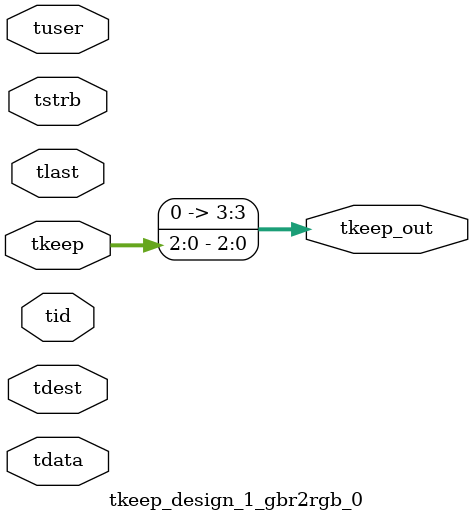
<source format=v>


`timescale 1ps/1ps

module tkeep_design_1_gbr2rgb_0 #
(
parameter C_S_AXIS_TDATA_WIDTH = 32,
parameter C_S_AXIS_TUSER_WIDTH = 0,
parameter C_S_AXIS_TID_WIDTH   = 0,
parameter C_S_AXIS_TDEST_WIDTH = 0,
parameter C_M_AXIS_TDATA_WIDTH = 32
)
(
input  [(C_S_AXIS_TDATA_WIDTH == 0 ? 1 : C_S_AXIS_TDATA_WIDTH)-1:0     ] tdata,
input  [(C_S_AXIS_TUSER_WIDTH == 0 ? 1 : C_S_AXIS_TUSER_WIDTH)-1:0     ] tuser,
input  [(C_S_AXIS_TID_WIDTH   == 0 ? 1 : C_S_AXIS_TID_WIDTH)-1:0       ] tid,
input  [(C_S_AXIS_TDEST_WIDTH == 0 ? 1 : C_S_AXIS_TDEST_WIDTH)-1:0     ] tdest,
input  [(C_S_AXIS_TDATA_WIDTH/8)-1:0 ] tkeep,
input  [(C_S_AXIS_TDATA_WIDTH/8)-1:0 ] tstrb,
input                                                                    tlast,
output [(C_M_AXIS_TDATA_WIDTH/8)-1:0 ] tkeep_out
);

assign tkeep_out = {tkeep[2:0]};

endmodule


</source>
